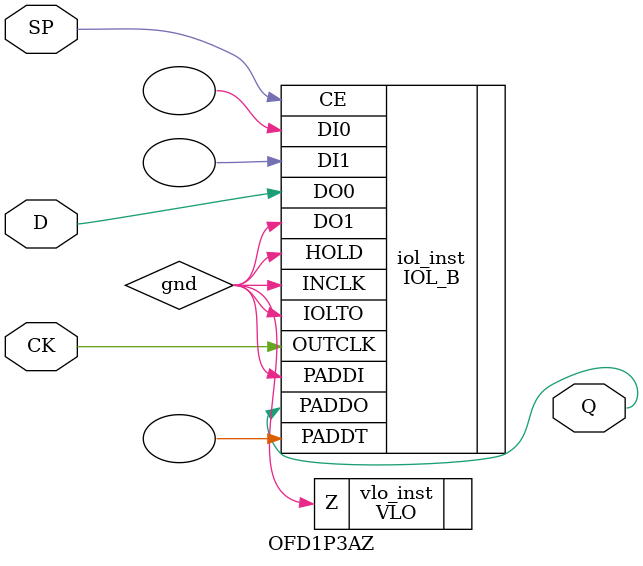
<source format=v>
`timescale 1ns/1ns
module OFD1P3AZ(D, SP, CK, Q); // synthesis syn_black_box
    (* \desc = "data in" *)
    input D;
    (* \desc = "clock enable, active high" *)
    input SP;
    (* \desc = "clock" *)
    input CK;
    (* \desc = "data out" *)
    output Q;

    wire gnd;
    VLO vlo_inst(.Z(gnd));

    IOL_B iol_inst(.PADDI(gnd),
                   .DO1(gnd),
                   .DO0(D),
                   .CE(SP),
                   .IOLTO(gnd),
                   .HOLD(gnd),
                   .INCLK(gnd),
                   .OUTCLK(CK),
                   .PADDO(Q),
                   .PADDT(),
                   .DI1(),
                   .DI0()
                  );
    defparam iol_inst.LATCHIN = "LATCH_REG";
    defparam iol_inst.DDROUT = "NO";

endmodule

</source>
